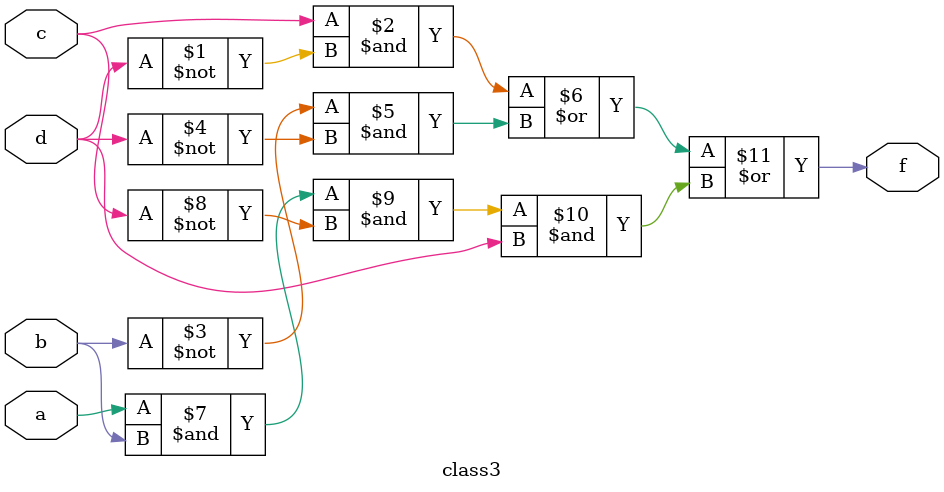
<source format=v>
module class3(a,b,c,d,f);
	input a,b,c,d;
	output f;
	assign f = (c&~d)|(~b&~d)|(a&b&~c&d);
endmodule


</source>
